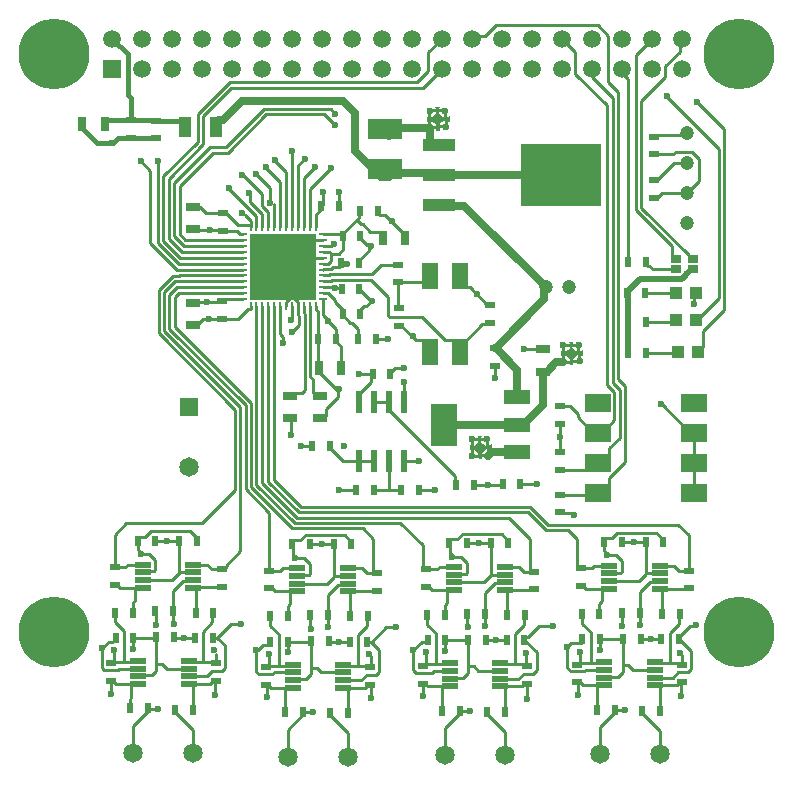
<source format=gtl>
G04*
G04 #@! TF.GenerationSoftware,Altium Limited,Altium Designer,19.1.8 (144)*
G04*
G04 Layer_Physical_Order=1*
G04 Layer_Color=255*
%FSLAX25Y25*%
%MOIN*%
G70*
G01*
G75*
%ADD14C,0.01000*%
%ADD20R,0.01968X0.03543*%
%ADD21R,0.03543X0.01968*%
%ADD22R,0.05118X0.02756*%
%ADD23R,0.26929X0.20669*%
%ADD24R,0.10984X0.04134*%
%ADD25R,0.08800X0.04800*%
%ADD26R,0.08661X0.14173*%
%ADD27R,0.02756X0.05118*%
%ADD28R,0.11811X0.07087*%
%ADD29R,0.04488X0.07008*%
%ADD30R,0.02244X0.07756*%
%ADD31R,0.05787X0.01890*%
%ADD32R,0.08661X0.05906*%
%ADD33R,0.03347X0.02559*%
%ADD34R,0.05512X0.08661*%
%ADD35R,0.04331X0.03937*%
%ADD36O,0.00984X0.02953*%
%ADD37O,0.02953X0.00984*%
%ADD38R,0.22047X0.22047*%
%ADD65C,0.02500*%
%ADD66C,0.01575*%
%ADD67C,0.02000*%
%ADD68C,0.04724*%
%ADD69C,0.06496*%
%ADD70R,0.06496X0.06496*%
%ADD71C,0.05906*%
%ADD72R,0.05906X0.05906*%
%ADD73C,0.23622*%
%ADD74C,0.02362*%
%ADD75C,0.01968*%
G36*
X195476Y223003D02*
X195407Y222652D01*
X197531D01*
Y222152D01*
X198031D01*
Y220028D01*
X198382Y220097D01*
X199104Y220579D01*
X199106Y220583D01*
Y218509D01*
X198670Y218801D01*
X198319Y218871D01*
Y216746D01*
X197819D01*
Y216246D01*
X195694D01*
X195764Y215895D01*
X196055Y215459D01*
X194380D01*
X194488Y215621D01*
X194558Y215972D01*
X192434D01*
Y216472D01*
X191934D01*
Y218596D01*
X191626Y218535D01*
Y220085D01*
X191913Y220028D01*
Y222152D01*
X192413D01*
Y222652D01*
X194537D01*
X194467Y223003D01*
X194247Y223333D01*
X195697D01*
X195476Y223003D01*
D02*
G37*
G36*
X225898Y254394D02*
X225828Y254043D01*
X227953D01*
Y253543D01*
X228453D01*
Y251419D01*
X228804Y251489D01*
X229525Y251971D01*
X229528Y251974D01*
Y249901D01*
X229091Y250192D01*
X228740Y250262D01*
Y248138D01*
X228240D01*
Y247638D01*
X226116D01*
X226186Y247287D01*
X226477Y246850D01*
X224802D01*
X224910Y247012D01*
X224980Y247363D01*
X222855D01*
Y247863D01*
X222355D01*
Y249988D01*
X222047Y249926D01*
Y251476D01*
X222335Y251419D01*
Y253543D01*
X222835D01*
Y254043D01*
X224959D01*
X224889Y254394D01*
X224669Y254724D01*
X226119D01*
X225898Y254394D01*
D02*
G37*
G36*
X181389Y332515D02*
X181319Y332164D01*
X183444D01*
Y331664D01*
X183944D01*
Y329540D01*
X184295Y329610D01*
X185016Y330092D01*
X185019Y330095D01*
Y328022D01*
X184582Y328313D01*
X184231Y328383D01*
Y326259D01*
X183731D01*
Y325759D01*
X181607D01*
X181677Y325408D01*
X181968Y324972D01*
X180293D01*
X180401Y325133D01*
X180471Y325484D01*
X178347D01*
Y325984D01*
X177847D01*
Y328109D01*
X177538Y328047D01*
Y329597D01*
X177826Y329540D01*
Y331664D01*
X178326D01*
Y332164D01*
X180450D01*
X180380Y332515D01*
X180160Y332845D01*
X181610D01*
X181389Y332515D01*
D02*
G37*
%LPC*%
G36*
X197031Y221652D02*
X195407D01*
X195476Y221301D01*
X195959Y220579D01*
X196680Y220097D01*
X197031Y220028D01*
Y221652D01*
D02*
G37*
G36*
X194537D02*
X192913D01*
Y220028D01*
X193264Y220097D01*
X193985Y220579D01*
X194467Y221301D01*
X194537Y221652D01*
D02*
G37*
G36*
X197318Y218871D02*
X196967Y218801D01*
X196246Y218319D01*
X195764Y217597D01*
X195694Y217246D01*
X197318D01*
Y218871D01*
D02*
G37*
G36*
X192934Y218596D02*
Y216972D01*
X194558D01*
X194488Y217323D01*
X194006Y218044D01*
X193285Y218526D01*
X192934Y218596D01*
D02*
G37*
G36*
X227453Y253043D02*
X225828D01*
X225898Y252692D01*
X226380Y251971D01*
X227102Y251489D01*
X227453Y251419D01*
Y253043D01*
D02*
G37*
G36*
X224959D02*
X223335D01*
Y251419D01*
X223686Y251489D01*
X224407Y251971D01*
X224889Y252692D01*
X224959Y253043D01*
D02*
G37*
G36*
X227740Y250262D02*
X227389Y250192D01*
X226668Y249710D01*
X226186Y248989D01*
X226116Y248638D01*
X227740D01*
Y250262D01*
D02*
G37*
G36*
X223355Y249988D02*
Y248363D01*
X224980D01*
X224910Y248714D01*
X224428Y249436D01*
X223706Y249918D01*
X223355Y249988D01*
D02*
G37*
G36*
X182944Y331164D02*
X181319D01*
X181389Y330813D01*
X181871Y330092D01*
X182593Y329610D01*
X182944Y329540D01*
Y331164D01*
D02*
G37*
G36*
X180450D02*
X178826D01*
Y329540D01*
X179177Y329610D01*
X179898Y330092D01*
X180380Y330813D01*
X180450Y331164D01*
D02*
G37*
G36*
X183231Y328383D02*
X182880Y328313D01*
X182159Y327831D01*
X181677Y327110D01*
X181607Y326759D01*
X183231D01*
Y328383D01*
D02*
G37*
G36*
X178847Y328109D02*
Y326484D01*
X180471D01*
X180401Y326835D01*
X179919Y327557D01*
X179198Y328039D01*
X178847Y328109D01*
D02*
G37*
%LPD*%
D14*
X93432Y274811D02*
X116106D01*
X211131Y156403D02*
X214571Y159843D01*
X210344Y156403D02*
X211131D01*
X214571Y159843D02*
X219291D01*
X262205Y136417D02*
Y140932D01*
X262205Y140932D01*
X228346Y147531D02*
Y151181D01*
X210827Y135728D02*
Y140342D01*
X210630Y140538D02*
X210827Y140342D01*
X210630Y140538D02*
X210840Y140748D01*
X210335Y147159D02*
Y150787D01*
Y147159D02*
X210840Y146653D01*
X177076Y147442D02*
Y151090D01*
X176287Y146653D02*
X177076Y147442D01*
X175624Y154748D02*
X177559D01*
X172845Y151969D02*
X175624Y154748D01*
X177559D02*
Y155131D01*
X158563Y135827D02*
Y140046D01*
X158661Y140145D01*
X158871Y146260D02*
Y149904D01*
X158079Y150696D02*
X158871Y149904D01*
X124612Y146935D02*
Y150696D01*
Y146935D02*
X124803Y146744D01*
X124730Y153561D02*
Y154271D01*
X124713Y153543D02*
X124730Y153561D01*
X122600Y153543D02*
X124713D01*
X120911Y151854D02*
X122600Y153543D01*
X120542Y151854D02*
X120911D01*
X73032Y148122D02*
Y151772D01*
X72835Y147925D02*
X73032Y148122D01*
X106693Y137008D02*
Y141326D01*
X106693Y141326D01*
X158401Y286353D02*
X158661Y286614D01*
X158401Y285511D02*
Y286353D01*
X154590Y281701D02*
X158401Y285511D01*
X154590Y280913D02*
Y281701D01*
X158401Y286875D02*
X158661Y286614D01*
X157487Y286875D02*
X158401D01*
X155181Y289181D02*
X157487Y286875D01*
X155181Y289181D02*
Y289968D01*
Y271858D02*
Y272646D01*
X165157Y244355D02*
X166865Y246063D01*
X169685D01*
X158768Y243568D02*
X159252Y244052D01*
X158768Y241366D02*
Y243568D01*
X154705Y237303D02*
X158768Y241366D01*
X154705Y234547D02*
Y237303D01*
X266535Y270399D02*
X267200Y271063D01*
X266535Y267323D02*
Y270399D01*
X267397Y262008D02*
X274728Y269340D01*
X267200Y262008D02*
X267397D01*
X274728Y269340D02*
Y319080D01*
X197638Y206850D02*
X202165D01*
X193110D02*
X197638D01*
X165157Y244052D02*
Y244355D01*
X163754Y159449D02*
X166929D01*
X209859Y155918D02*
X210344Y156403D01*
X209859Y155131D02*
Y155918D01*
X266669Y159976D02*
X266929Y160236D01*
X265098Y159976D02*
X266669D01*
X261434Y156312D02*
X265098Y159976D01*
X261434Y155525D02*
Y156312D01*
X248335Y160326D02*
Y164310D01*
X196760Y159932D02*
Y163916D01*
X144398Y159539D02*
Y163522D01*
X159042Y154737D02*
X163754Y159449D01*
X107467Y155918D02*
X112179Y160630D01*
X115354D01*
X92823Y160720D02*
X92913Y160630D01*
X92823Y160720D02*
Y164703D01*
X92733Y164793D02*
X92823Y164703D01*
X191689Y272752D02*
X197504Y266937D01*
X221654Y197638D02*
X225222D01*
X148094Y299811D02*
Y304535D01*
X168763Y260047D02*
X173594Y255217D01*
X132346Y282685D02*
X142681D01*
X103803Y297646D02*
X110316D01*
X71260Y154724D02*
X72744D01*
X68967Y152432D02*
X71260Y154724D01*
X68967Y145923D02*
Y152432D01*
X73622Y155602D02*
Y155918D01*
X109962Y145923D02*
Y153424D01*
X107467Y155918D02*
X109962Y153424D01*
X105922Y155918D02*
X107467D01*
X72047Y137402D02*
Y141515D01*
X106903Y147441D02*
Y150578D01*
X120542Y144742D02*
Y151854D01*
Y144742D02*
X121296Y143988D01*
X225513Y154253D02*
X228650D01*
X229134Y154737D02*
Y155525D01*
X161536Y144742D02*
Y151849D01*
X158649Y154737D02*
X161536Y151849D01*
X157497Y154737D02*
X158649D01*
X124016Y136221D02*
Y140334D01*
X224016Y152756D02*
X225513Y154253D01*
X224016Y145993D02*
Y152756D01*
Y145993D02*
X225233Y144776D01*
X228650Y154253D02*
X229134Y154737D01*
X172835Y151969D02*
X172845D01*
X265474Y145530D02*
Y151485D01*
X261434Y155525D02*
X265474Y151485D01*
X227559Y137008D02*
Y141121D01*
X262414Y147047D02*
Y150184D01*
X213899Y145136D02*
Y151092D01*
X209859Y155131D02*
X213899Y151092D01*
X175964Y140748D02*
X175984Y140727D01*
Y136614D02*
Y140727D01*
X172835Y145206D02*
Y151969D01*
Y145206D02*
X173659Y144382D01*
X234882Y117187D02*
Y126200D01*
Y115415D02*
Y117187D01*
X183307Y116793D02*
Y125806D01*
Y115022D02*
Y116793D01*
X130945Y116400D02*
Y125412D01*
Y114628D02*
Y116400D01*
X79370Y117581D02*
Y126593D01*
Y115809D02*
Y117581D01*
X176287Y146653D02*
X176751D01*
X175964D02*
X176287D01*
X173659Y144382D02*
X179179D01*
X179675Y144878D01*
X184937D01*
X180315Y147110D02*
Y157503D01*
X177208Y147110D02*
X180315D01*
X85114Y287680D02*
Y311736D01*
X82020Y314830D02*
X85114Y311736D01*
X87753Y287569D02*
Y314918D01*
X87795Y314961D01*
X85114Y287680D02*
X94046Y278748D01*
X110283Y319504D02*
X123063Y332283D01*
X111024Y317717D02*
X123803Y330496D01*
X100969Y321213D02*
Y330662D01*
X102756Y320472D02*
Y329921D01*
X91328Y309044D02*
X102756Y320472D01*
X105165Y319504D02*
X110283D01*
X93115Y307454D02*
X105165Y319504D01*
X105905Y317717D02*
X111024D01*
X94902Y306713D02*
X105905Y317717D01*
X89540Y309785D02*
X100969Y321213D01*
X102756Y329921D02*
X112205Y339370D01*
X111563Y341256D02*
X174175D01*
X100969Y330662D02*
X111563Y341256D01*
X112205Y339370D02*
X175992D01*
X89540Y288310D02*
Y309785D01*
X91328Y289050D02*
Y309044D01*
X93115Y289790D02*
Y307454D01*
X94902Y290531D02*
Y306713D01*
X111417Y305563D02*
Y305906D01*
Y305563D02*
X120535Y296445D01*
X123063Y332283D02*
X145276D01*
X123803Y330496D02*
X143126D01*
X146850Y326772D01*
X174175Y341256D02*
X177784Y344864D01*
X175992Y339370D02*
X182331Y345709D01*
X254882Y115415D02*
Y125019D01*
X99370Y115809D02*
Y125412D01*
X150945Y114628D02*
Y124231D01*
X203307Y115022D02*
Y124625D01*
X174649Y205118D02*
X179921D01*
X174606Y205160D02*
X174649Y205118D01*
X131890Y223622D02*
Y229008D01*
X131756Y229142D02*
X131890Y229008D01*
X153698Y205118D02*
X153740Y205160D01*
X148031Y205118D02*
X153698D01*
X73228Y179557D02*
Y190157D01*
X77165Y194095D01*
X102362D01*
X113385Y205118D01*
Y232031D01*
X87945Y257471D02*
X113385Y232031D01*
X87945Y257471D02*
Y271851D01*
X92692Y276598D01*
X94748D01*
X94937Y276787D01*
X91520Y270371D02*
X93999Y272850D01*
X116098D01*
X89732Y271111D02*
X93432Y274811D01*
X89732Y258212D02*
Y271111D01*
Y258212D02*
X115173Y232771D01*
Y184888D02*
Y232771D01*
X110344Y180058D02*
X115173Y184888D01*
X110344Y179271D02*
Y180058D01*
X109859Y178787D02*
X110344Y179271D01*
X109072Y178787D02*
X109859D01*
X124803Y178376D02*
Y197597D01*
X116960Y205440D02*
X124803Y197597D01*
X116960Y205440D02*
Y233512D01*
X91520Y258952D02*
X116960Y233512D01*
X91520Y258952D02*
Y270371D01*
X93307Y259693D02*
X118748Y234252D01*
X93307Y259693D02*
Y269630D01*
X94551Y270874D01*
X116106D01*
X157306Y177605D02*
X159859D01*
X118748Y206181D02*
Y234252D01*
Y206181D02*
X132472Y192457D01*
X155905D01*
X159375Y188987D01*
Y178090D02*
Y188987D01*
Y178090D02*
X159859Y177605D01*
X160647D01*
X120535Y206921D02*
X133212Y194244D01*
X168504D02*
X175894Y186854D01*
X133212Y194244D02*
X168504D01*
X122504Y207480D02*
X133952Y196031D01*
X204724D02*
X211737Y189019D01*
X133952Y196031D02*
X204724D01*
X124472Y208039D02*
X134693Y197819D01*
X211024D02*
X216929Y191913D01*
X134693Y197819D02*
X211024D01*
X211811Y199606D02*
X217717Y193701D01*
X135433Y199606D02*
X211811D01*
X126441Y208599D02*
X135433Y199606D01*
X175894Y179254D02*
Y186854D01*
Y179254D02*
X176378Y178770D01*
X177165D01*
X209668Y177999D02*
X212222D01*
X211737Y178483D02*
Y189019D01*
Y178483D02*
X212222Y177999D01*
X213009D01*
X216929Y191913D02*
X224410D01*
X217717Y193701D02*
X261024D01*
X264584Y190141D01*
X164961Y205160D02*
X168701D01*
X159646D02*
X164961D01*
X164705Y205416D02*
X164961Y205160D01*
X164705Y205416D02*
Y215059D01*
X169803Y214961D02*
X174803D01*
X169705Y215059D02*
X169803Y214961D01*
X159705Y234547D02*
X164705D01*
X154705Y215059D02*
X159705D01*
X169685Y241339D02*
X169695Y241329D01*
Y234557D02*
Y241329D01*
Y234557D02*
X169705Y234547D01*
X224410Y191913D02*
X227468Y188854D01*
Y179648D02*
Y188854D01*
Y179648D02*
X227953Y179163D01*
X228740D01*
X264584Y178393D02*
Y190141D01*
X240822Y191081D02*
X253848D01*
X256119Y188809D01*
X239035Y189293D02*
X240822Y191081D01*
X231890Y147504D02*
Y157897D01*
X229053Y160734D02*
X231890Y157897D01*
X235039Y151969D02*
X235039Y151969D01*
X237402Y183465D02*
X240280D01*
X242288Y181456D01*
Y178115D02*
Y181456D01*
X241919Y177746D02*
X242288Y178115D01*
X238434Y177746D02*
X241919D01*
X237402Y183465D02*
Y183833D01*
X149311Y215059D02*
X154705D01*
X145079Y219291D02*
X149311Y215059D01*
X145079Y219291D02*
Y220079D01*
X135433D02*
X139173D01*
X98032Y232835D02*
X98425Y233228D01*
X201866Y147437D02*
X202193Y147110D01*
X176751Y140748D02*
X177739Y139760D01*
X175964Y140748D02*
X176751D01*
X182480Y131672D02*
Y134944D01*
X182988Y139760D02*
X184937D01*
X182543Y139315D02*
X182988Y139760D01*
X182543Y135007D02*
Y139315D01*
X182480Y134944D02*
X182543Y135007D01*
X177739Y139760D02*
X182988D01*
X188386Y130885D02*
Y131672D01*
X183307Y125806D02*
X188386Y130885D01*
X197441Y130491D02*
Y131279D01*
X184937Y142319D02*
X185264Y142646D01*
X194492Y144878D02*
X201866D01*
X191142Y146457D02*
Y155307D01*
X209575Y144060D02*
X212823D01*
X213899Y145136D01*
X200394Y155118D02*
X203941D01*
X203954Y155131D01*
X197236Y155118D02*
X200394D01*
X197047Y155307D02*
X197236Y155118D01*
X183465Y155131D02*
X190966D01*
X191142Y155307D01*
X177953Y172864D02*
X178910Y171907D01*
X177165Y172864D02*
X177953D01*
X177165Y178770D02*
X180802D01*
X181617Y179585D01*
X186532D01*
X203462Y171907D02*
X203555Y172001D01*
X212916D01*
X213009Y172094D01*
X201866Y139760D02*
X202902D01*
X210052Y140748D02*
X210840D01*
X209064Y139760D02*
X210052Y140748D01*
X207834Y142319D02*
X209575Y144060D01*
X201866Y142319D02*
X207834D01*
X202902Y139760D02*
X203346Y139315D01*
X202902Y139760D02*
X209064D01*
X197441Y130491D02*
X203307Y124625D01*
X203346Y131279D02*
Y139315D01*
X204151Y163612D02*
Y171463D01*
X203706Y171907D02*
X204151Y171463D01*
X203462Y171907D02*
X203706D01*
X183284Y163612D02*
Y166884D01*
X184584Y171907D02*
X186532D01*
X184139Y171463D02*
X184584Y171907D01*
X184139Y167738D02*
Y171463D01*
X183284Y166884D02*
X184139Y167738D01*
X178910Y171907D02*
X184584D01*
X191142Y146457D02*
X192913D01*
X194492Y144878D01*
X185264Y142646D02*
X189496D01*
X191142Y144291D01*
Y146457D01*
X190765Y187628D02*
X198639D01*
Y176801D02*
Y187628D01*
X186532Y174467D02*
X196304D01*
X198639Y176801D01*
X198863Y177026D02*
X203462D01*
X198639Y176801D02*
X198863Y177026D01*
X208082Y179585D02*
X209668Y177999D01*
X203462Y179585D02*
X208082D01*
X203135Y174140D02*
X203462Y174467D01*
X200035Y174140D02*
X203135D01*
X196670Y170775D02*
X200035Y174140D01*
X196670Y164006D02*
Y170775D01*
X209744Y163300D02*
X210056Y163612D01*
X209744Y160341D02*
Y163300D01*
X206693Y157290D02*
X209744Y160341D01*
X206693Y147244D02*
Y157290D01*
X210052Y146653D02*
X210840D01*
X209568Y147138D02*
X209595Y147110D01*
X210052Y146653D01*
X202193Y147110D02*
X209595D01*
X177379Y163612D02*
X177478Y163513D01*
Y160341D02*
Y163513D01*
X176751Y146653D02*
X177208Y147110D01*
X177478Y160341D02*
X180315Y157503D01*
X184610Y147110D02*
X184937Y147437D01*
X180709Y147110D02*
X184610D01*
X183465Y155131D02*
X183465Y155131D01*
X183465Y151575D02*
Y155131D01*
X183465Y151575D02*
X183465Y151575D01*
X188562Y131496D02*
X191732D01*
X188386Y131672D02*
X188562Y131496D01*
X190765Y164006D02*
X190855Y163916D01*
Y159539D02*
Y163916D01*
Y159539D02*
X190945Y159449D01*
X190765Y187628D02*
X191249Y187144D01*
X185827Y183071D02*
X188706D01*
X190714Y181063D01*
Y177722D02*
Y181063D01*
X190345Y177352D02*
X190714Y177722D01*
X186532Y177026D02*
X186859Y177352D01*
X190345D01*
X184859Y187628D02*
X184910Y187577D01*
Y184356D02*
Y187577D01*
Y184356D02*
X185827Y183440D01*
Y183071D02*
Y183440D01*
X184859Y187628D02*
Y188415D01*
X185344Y188900D01*
X187460D01*
X189247Y190687D01*
X202273D01*
X204544Y188415D01*
Y187628D02*
Y188415D01*
X149504Y147043D02*
X149831Y146716D01*
X124389Y140354D02*
X125377Y139366D01*
X123601Y140354D02*
X124389D01*
X130118Y131279D02*
Y134550D01*
X130626Y139366D02*
X132575D01*
X130181Y138921D02*
X130626Y139366D01*
X130181Y134613D02*
Y138921D01*
X130118Y134550D02*
X130181Y134613D01*
X125377Y139366D02*
X130626D01*
X136024Y130491D02*
Y131279D01*
X130945Y125412D02*
X136024Y130491D01*
X145079Y130097D02*
Y130885D01*
X132575Y141925D02*
X132902Y142252D01*
X142130Y144484D02*
X149504D01*
X138779Y146063D02*
Y154913D01*
X157213Y143666D02*
X160460D01*
X161536Y144742D01*
X148031Y154724D02*
X151579D01*
X151592Y154737D01*
X144874Y154724D02*
X148031D01*
X144685Y154913D02*
X144874Y154724D01*
X131102Y154737D02*
X138603D01*
X138779Y154913D01*
X125591Y172470D02*
X126547Y171514D01*
X124803Y172470D02*
X125591D01*
X124803Y178376D02*
X128439D01*
X129254Y179191D01*
X134170D01*
X151099Y171514D02*
X151192Y171607D01*
X160554D01*
X160647Y171700D01*
X149504Y139366D02*
X150539D01*
X157690Y140354D02*
X158477D01*
X156702Y139366D02*
X157690Y140354D01*
X155472Y141925D02*
X157213Y143666D01*
X149504Y141925D02*
X155472D01*
X150539Y139366D02*
X150984Y138921D01*
X150539Y139366D02*
X156702D01*
X145079Y130097D02*
X150945Y124231D01*
X150984Y130885D02*
Y138921D01*
X151788Y163219D02*
Y171069D01*
X151344Y171514D02*
X151788Y171069D01*
X151099Y171514D02*
X151344D01*
X130922Y163219D02*
Y166490D01*
X132221Y171514D02*
X134170D01*
X131777Y171069D02*
X132221Y171514D01*
X131777Y167344D02*
Y171069D01*
X130922Y166490D02*
X131777Y167344D01*
X126547Y171514D02*
X132221D01*
X138779Y146063D02*
X140551D01*
X142130Y144484D01*
X132902Y142252D02*
X137134D01*
X138779Y143898D01*
Y146063D01*
X138403Y187234D02*
X146277D01*
Y176408D02*
Y187234D01*
X134170Y174073D02*
X143942D01*
X146277Y176408D01*
X146501Y176632D02*
X151099D01*
X146277Y176408D02*
X146501Y176632D01*
X155720Y179191D02*
X157306Y177605D01*
X151099Y179191D02*
X155720D01*
X150773Y173746D02*
X151099Y174073D01*
X147672Y173746D02*
X150773D01*
X144308Y170382D02*
X147672Y173746D01*
X144308Y163612D02*
Y170382D01*
X157381Y162906D02*
X157694Y163219D01*
X157381Y159947D02*
Y162906D01*
X154331Y156896D02*
X157381Y159947D01*
X154331Y146850D02*
Y156896D01*
X157690Y146260D02*
X158477D01*
X157206Y146744D02*
X157233Y146716D01*
X157690Y146260D01*
X149831Y146716D02*
X157233D01*
X124730Y154271D02*
X125197Y154737D01*
X126402Y144484D02*
X132575D01*
X125906Y143988D02*
X126402Y144484D01*
X121296Y143988D02*
X125906D01*
X125017Y163219D02*
X125116Y163120D01*
Y159947D02*
Y163120D01*
X123601Y146260D02*
X124389D01*
X124845Y146716D01*
X124873Y146744D01*
X124845Y146716D02*
X127953D01*
Y157110D01*
X125116Y159947D02*
X127953Y157110D01*
X132248Y146716D02*
X132575Y147043D01*
X128346Y146716D02*
X132248D01*
X131102Y154737D02*
X131102Y154737D01*
X131102Y151181D02*
Y154737D01*
X131102Y151181D02*
X131102Y151181D01*
X136200Y131102D02*
X139370D01*
X136024Y131279D02*
X136200Y131102D01*
X138403Y163612D02*
X138493Y163522D01*
Y159145D02*
Y163522D01*
Y159145D02*
X138583Y159055D01*
X138403Y187234D02*
X138887Y186750D01*
X133465Y182677D02*
X136343D01*
X138351Y180669D01*
Y177328D02*
Y180669D01*
X137982Y176959D02*
X138351Y177328D01*
X134170Y176632D02*
X134497Y176959D01*
X137982D01*
X132497Y187234D02*
X132548Y187184D01*
Y183963D02*
Y187184D01*
Y183963D02*
X133465Y183046D01*
Y182677D02*
Y183046D01*
X132497Y187234D02*
Y188022D01*
X132981Y188506D01*
X135098D01*
X136885Y190293D01*
X149910D01*
X152182Y188022D01*
Y187234D02*
Y188022D01*
X97929Y148224D02*
X98256Y147898D01*
X72814Y141535D02*
X73802Y140547D01*
X72026Y141535D02*
X72814D01*
X78543Y132460D02*
Y135731D01*
X79051Y140547D02*
X81000D01*
X78606Y140102D02*
X79051Y140547D01*
X78606Y135794D02*
Y140102D01*
X78543Y135731D02*
X78606Y135794D01*
X73802Y140547D02*
X79051D01*
X84449Y131672D02*
Y132460D01*
X79370Y126593D02*
X84449Y131672D01*
X93504Y131279D02*
Y132066D01*
X81000Y143106D02*
X81327Y143433D01*
X90555Y145665D02*
X97929D01*
X87205Y147244D02*
Y156095D01*
X105638Y144847D02*
X108886D01*
X109962Y145923D01*
X96457Y155905D02*
X100004D01*
X100017Y155918D01*
X93299Y155905D02*
X96457D01*
X93110Y156095D02*
X93299Y155905D01*
X79528Y155918D02*
X87029D01*
X87205Y156095D01*
X74016Y173652D02*
X74972Y172695D01*
X73228Y173652D02*
X74016D01*
X73228Y179557D02*
X76865D01*
X77680Y180372D01*
X82595D01*
X99525Y172695D02*
X99618Y172788D01*
X108979D01*
X109072Y172881D01*
X97929Y140547D02*
X98965D01*
X106115Y141535D02*
X106903D01*
X105127Y140547D02*
X106115Y141535D01*
X103897Y143106D02*
X105638Y144847D01*
X97929Y143106D02*
X103897D01*
X98965Y140547D02*
X99410Y140102D01*
X98965Y140547D02*
X105127D01*
X93504Y131279D02*
X99370Y125412D01*
X99410Y132066D02*
Y140102D01*
X100214Y164400D02*
Y172250D01*
X99769Y172695D02*
X100214Y172250D01*
X99525Y172695D02*
X99769D01*
X79347Y164400D02*
Y167671D01*
X80647Y172695D02*
X82595D01*
X80202Y172250D02*
X80647Y172695D01*
X80202Y168526D02*
Y172250D01*
X79347Y167671D02*
X80202Y168526D01*
X74972Y172695D02*
X80647D01*
X87205Y147244D02*
X88976D01*
X90555Y145665D01*
X81327Y143433D02*
X85559D01*
X87205Y145079D01*
Y147244D01*
X86828Y188415D02*
X94702D01*
Y177589D02*
Y188415D01*
X82595Y175254D02*
X92367D01*
X94702Y177589D01*
X94926Y177813D02*
X99525D01*
X94702Y177589D02*
X94926Y177813D01*
X105731Y178787D02*
X109072D01*
X104145Y180372D02*
X105731Y178787D01*
X99525Y180372D02*
X104145D01*
X99198Y174927D02*
X99525Y175254D01*
X96098Y174927D02*
X99198D01*
X92733Y171563D02*
X96098Y174927D01*
X92733Y164793D02*
Y171563D01*
X105807Y164087D02*
X106119Y164400D01*
X105807Y161128D02*
Y164087D01*
X102756Y158077D02*
X105807Y161128D01*
X102756Y148031D02*
Y158077D01*
X106115Y147441D02*
X106903D01*
X105631Y147925D02*
X105658Y147898D01*
X106115Y147441D01*
X98256Y147898D02*
X105658D01*
X74827Y145665D02*
X81000D01*
X74331Y145169D02*
X74827Y145665D01*
X69722Y145169D02*
X74331D01*
X68967Y145923D02*
X69722Y145169D01*
X73442Y164400D02*
X73541Y164301D01*
Y161128D02*
Y164301D01*
X72026Y147441D02*
X72814D01*
X73271Y147898D01*
X73298Y147925D01*
X73271Y147898D02*
X76378D01*
Y158291D01*
X73541Y161128D02*
X76378Y158291D01*
X80673Y147898D02*
X81000Y148224D01*
X76772Y147898D02*
X80673D01*
X79527Y155918D02*
X79528Y155918D01*
X79527Y152362D02*
Y155918D01*
X79527Y152362D02*
X79527Y152362D01*
X84625Y132283D02*
X87795D01*
X84449Y132460D02*
X84625Y132283D01*
X86828Y164793D02*
X86918Y164703D01*
Y160326D02*
Y164703D01*
Y160326D02*
X87008Y160236D01*
X86828Y188415D02*
X87312Y187931D01*
X81890Y183858D02*
X84768D01*
X86777Y181850D01*
Y178509D02*
Y181850D01*
X86408Y178140D02*
X86777Y178509D01*
X82595Y177813D02*
X82922Y178140D01*
X86408D01*
X80922Y188415D02*
X80973Y188365D01*
Y185144D02*
Y188365D01*
Y185144D02*
X81890Y184227D01*
Y183858D02*
Y184227D01*
X80922Y188415D02*
Y189203D01*
X81406Y189687D01*
X83523D01*
X85310Y191474D01*
X98336D01*
X100607Y189203D01*
Y188415D02*
Y189203D01*
X256119Y188022D02*
Y188809D01*
X236918Y189293D02*
X239035D01*
X236434Y188809D02*
X236918Y189293D01*
X236434Y188022D02*
Y188809D01*
X236485Y184750D02*
X237402Y183833D01*
X236485Y184750D02*
Y187971D01*
X236434Y188022D02*
X236485Y187971D01*
X238107Y177419D02*
X238434Y177746D01*
X242340Y188022D02*
X242824Y187537D01*
X242430Y159933D02*
X242520Y159843D01*
X242430Y159933D02*
Y164310D01*
X242340Y164400D02*
X242430Y164310D01*
X239961Y132066D02*
X240137Y131890D01*
X243307D01*
X235039Y151969D02*
Y155525D01*
X235039Y155525D01*
X232283Y147504D02*
X236185D01*
X236512Y147831D01*
X228783Y147504D02*
X231890D01*
X228783D02*
X228810Y147531D01*
X228326Y147047D02*
X228783Y147504D01*
X227538Y147047D02*
X228326D01*
X229053Y160734D02*
Y163907D01*
X228954Y164006D02*
X229053Y163907D01*
X225233Y144776D02*
X229843D01*
X230339Y145272D01*
X236512D01*
X253768Y147504D02*
X261170D01*
X261627Y147047D01*
X261143Y147531D02*
X261170Y147504D01*
X261627Y147047D02*
X262414D01*
X258268Y147638D02*
Y157684D01*
X261318Y160734D01*
Y163693D01*
X261631Y164006D01*
X248245Y164400D02*
Y171169D01*
X251609Y174533D01*
X254710D01*
X255036Y174860D01*
Y179978D02*
X259657D01*
X261243Y178393D01*
X264584D01*
X250214Y177195D02*
X250438Y177419D01*
X255036D01*
X247879Y174860D02*
X250214Y177195D01*
X238107Y174860D02*
X247879D01*
X250214Y177195D02*
Y188022D01*
X242340D02*
X250214D01*
X109331Y291937D02*
X109528Y291740D01*
X105091Y291937D02*
X109331D01*
X242717Y144685D02*
Y146850D01*
X241071Y143039D02*
X242717Y144685D01*
X236839Y143039D02*
X241071D01*
X244488Y146850D02*
X246067Y145272D01*
X242717Y146850D02*
X244488D01*
X230484Y172301D02*
X236158D01*
X234859Y167278D02*
X235714Y168132D01*
Y171856D01*
X236158Y172301D01*
X238107D01*
X234859Y164006D02*
Y167278D01*
X255036Y172301D02*
X255280D01*
X255725Y171856D01*
Y164006D02*
Y171856D01*
X254921Y131672D02*
Y139709D01*
X249016Y130885D02*
X254882Y125019D01*
X254476Y140154D02*
X260639D01*
X254476D02*
X254921Y139709D01*
X253441Y142713D02*
X259409D01*
X261150Y144454D01*
X260639Y140154D02*
X261627Y141142D01*
X262414D01*
X253441Y140154D02*
X254476D01*
X264491Y172394D02*
X264584Y172487D01*
X255130Y172394D02*
X264491D01*
X255036Y172301D02*
X255130Y172394D01*
X233191Y179978D02*
X238107D01*
X232377Y179163D02*
X233191Y179978D01*
X228740Y179163D02*
X232377D01*
X228740Y173258D02*
X229528D01*
X230484Y172301D01*
X242540Y155525D02*
X242717Y155701D01*
X235039Y155525D02*
X242540D01*
X248622Y155701D02*
X248811Y155512D01*
X251969D01*
X255516D02*
X255529Y155525D01*
X251969Y155512D02*
X255516D01*
X264397Y144454D02*
X265474Y145530D01*
X261150Y144454D02*
X264397D01*
X242717Y146850D02*
Y155701D01*
X246067Y145272D02*
X253441D01*
X236512Y142713D02*
X236839Y143039D01*
X249016Y130885D02*
Y131672D01*
X234882Y126200D02*
X239961Y131279D01*
Y132066D01*
X229314Y140154D02*
X234563D01*
X234055Y135338D02*
X234118Y135401D01*
Y139709D01*
X234563Y140154D01*
X236512D01*
X234055Y132066D02*
Y135338D01*
X227538Y141142D02*
X228326D01*
X229314Y140154D01*
X253441Y147831D02*
X253768Y147504D01*
X237789Y341344D02*
Y356699D01*
Y341344D02*
X241158Y337976D01*
X232331Y342866D02*
X239370Y335827D01*
X186721Y207334D02*
X187205Y206850D01*
X186721Y207334D02*
Y209776D01*
X164705Y231791D02*
X186721Y209776D01*
X164705Y231791D02*
Y234547D01*
X208465Y207243D02*
X208621Y207087D01*
X214173D01*
X202165Y206850D02*
X202559Y207243D01*
X154724Y244052D02*
X159252D01*
X209842Y252362D02*
X209941Y252264D01*
X216043D01*
X216142Y252165D01*
X200000Y242520D02*
Y246654D01*
X237402Y240364D02*
Y333465D01*
X239370Y240923D02*
Y335827D01*
X241158Y242173D02*
Y337976D01*
Y242173D02*
X243445Y239886D01*
X239370Y240923D02*
X241657Y238636D01*
X237402Y240364D02*
X239870Y237895D01*
X226878Y343988D02*
X237402Y333465D01*
X243445Y214498D02*
Y239886D01*
X238083Y209136D02*
X243445Y214498D01*
X238083Y206862D02*
Y209136D01*
X235630Y204409D02*
X238083Y206862D01*
X234252Y204409D02*
X235630D01*
X241657Y222711D02*
Y238636D01*
X238083Y219136D02*
X241657Y222711D01*
X238083Y216862D02*
Y219136D01*
X235630Y214409D02*
X238083Y216862D01*
X234252Y214409D02*
X235630D01*
X239870Y228650D02*
Y237895D01*
X235630Y224410D02*
X239870Y228650D01*
X234252Y224410D02*
X235630D01*
X233386Y203543D02*
X234252Y204409D01*
X221654Y203543D02*
X233386D01*
X231850Y212008D02*
X234252Y214409D01*
X221654Y212008D02*
X231850D01*
X224925Y233268D02*
X227673Y230520D01*
Y229610D02*
Y230520D01*
Y229610D02*
X232874Y224410D01*
X234252D01*
X221654Y233268D02*
X224925D01*
X221654Y222835D02*
Y227362D01*
Y217913D02*
Y222835D01*
X226009Y196850D02*
X226378D01*
X225222Y197638D02*
X226009Y196850D01*
X266535Y204409D02*
Y214409D01*
Y224410D01*
X255512Y233858D02*
X255709D01*
X265158Y224410D01*
X266535D01*
X248819Y299410D02*
X264772Y283457D01*
X265551Y282283D02*
X265945D01*
X132423Y293097D02*
Y318364D01*
X123622Y312598D02*
X128409Y307811D01*
Y293020D02*
Y307811D01*
X126433Y293028D02*
Y300394D01*
X126441Y300402D01*
X126244Y300598D02*
X126441Y300402D01*
X126433Y293028D02*
X126441Y293020D01*
X126772Y314961D02*
Y315354D01*
X125197Y300984D02*
Y305906D01*
X122441Y299949D02*
X124472Y297917D01*
X122441Y299949D02*
Y303792D01*
X122504Y293020D02*
Y297181D01*
X118371Y301314D02*
X122504Y297181D01*
X120535Y293020D02*
Y296445D01*
X126772Y314961D02*
X130378Y311355D01*
Y293020D02*
Y311355D01*
X124472Y293020D02*
Y297917D01*
X138252Y305574D02*
X145276Y312598D01*
X138252Y293020D02*
Y305574D01*
X136283Y309118D02*
X140157Y312992D01*
X136283Y293020D02*
Y309118D01*
X134315Y313449D02*
X136614Y315748D01*
X115996Y310236D02*
X122441Y303792D01*
X115748Y310236D02*
X115996D01*
X123622Y312598D02*
Y312992D01*
X134315Y293020D02*
Y313449D01*
X132346Y293020D02*
X132423Y293097D01*
X120472Y310630D02*
X125197Y305906D01*
X149275Y290559D02*
Y290756D01*
X148935Y290415D02*
X149275Y290075D01*
X118371Y301314D02*
Y304070D01*
X118110Y304331D02*
X118371Y304070D01*
X114434Y293528D02*
X118559D01*
X110316Y297646D02*
X114434Y293528D01*
X113956Y291740D02*
X115138Y290559D01*
X109528Y291740D02*
X113956D01*
X145276Y332283D02*
X146850Y330709D01*
X116795Y296791D02*
X118559Y295027D01*
Y293528D02*
Y295027D01*
X118567Y293020D02*
X118575Y293012D01*
X116795Y296791D02*
Y297055D01*
X115138Y290559D02*
X116106D01*
X177784Y344864D02*
Y351162D01*
X182331Y355709D01*
X94046Y278748D02*
X116106D01*
X87753Y287569D02*
X94605Y280716D01*
X116106D01*
X89540Y288310D02*
X95165Y282685D01*
X116106D01*
X91328Y289050D02*
X95724Y284653D01*
X116106D01*
X93115Y289790D02*
X96283Y286622D01*
X116106D01*
X94902Y290531D02*
X96842Y288591D01*
X116106D01*
X145938Y279642D02*
X148201D01*
X145233Y278937D02*
X145938Y279642D01*
X144357Y278937D02*
X145233D01*
X144176Y278756D02*
X144357Y278937D01*
X142689Y278756D02*
X144176D01*
X149078Y280520D02*
X150653D01*
X143657Y232087D02*
X147677Y236106D01*
X138252Y288591D02*
X142681D01*
X142582Y300205D02*
Y304535D01*
X193081Y356459D02*
X196783D01*
X200486Y360161D01*
X234327D01*
X222331Y355709D02*
X226878Y351162D01*
Y343988D02*
Y351162D01*
X232331Y342866D02*
Y345709D01*
X234327Y360161D02*
X237789Y356699D01*
X250271Y250984D02*
X260507D01*
X145954Y287213D02*
X146323D01*
X142689Y286630D02*
X145371D01*
X145954Y287213D01*
X148685Y280126D02*
Y280913D01*
X192331Y355709D02*
X193081Y356459D01*
X267323Y334646D02*
X276516Y325453D01*
Y265369D02*
Y325453D01*
X269259Y258112D02*
X276516Y265369D01*
X269259Y252847D02*
Y258112D01*
X267790Y251378D02*
X269259Y252847D01*
X267594Y251378D02*
X267790D01*
X257480Y336328D02*
Y336614D01*
Y336328D02*
X274728Y319080D01*
X256784Y343004D02*
Y346459D01*
X261581Y351256D01*
Y354959D01*
X248819Y335039D02*
X256784Y343004D01*
X247031Y298669D02*
Y350409D01*
X242331Y344381D02*
X244365Y342347D01*
Y281299D02*
Y342347D01*
X248819Y299410D02*
Y335039D01*
X247031Y298669D02*
X259063Y286638D01*
X247031Y350409D02*
X252331Y355709D01*
X259063Y283063D02*
Y286638D01*
Y283063D02*
X259842Y282283D01*
X260236D01*
X261581Y354959D02*
X262331Y355709D01*
X264772Y283063D02*
Y283457D01*
Y283063D02*
X265551Y282283D01*
X242331Y344381D02*
Y345709D01*
X253150Y302559D02*
X253937D01*
X255551Y304173D01*
X264173D01*
X268110Y308110D01*
Y315698D01*
X265773Y318035D02*
X268110Y315698D01*
X260310Y318035D02*
X265773D01*
X259400Y317126D02*
X260310Y318035D01*
X253150Y317126D02*
X259400D01*
X263516Y323516D02*
X264173Y324173D01*
X253634Y323516D02*
X263516D01*
X253150Y323031D02*
X253634Y323516D01*
X259646Y314173D02*
X264173D01*
X253937Y308465D02*
X259646Y314173D01*
X253150Y308465D02*
X253937D01*
X251542Y280028D02*
X252633Y278937D01*
X250755Y280028D02*
X251542D01*
X250271Y280512D02*
X250755Y280028D01*
X250271Y280512D02*
Y281299D01*
X252633Y278937D02*
X260236D01*
X260507Y271063D02*
X260507Y271063D01*
X250074Y271063D02*
X260507D01*
X259719Y261221D02*
X260507Y262008D01*
X250271Y261221D02*
X259719D01*
X260507Y250984D02*
X260901Y251378D01*
X188212Y275008D02*
Y276583D01*
Y275008D02*
X190468Y272752D01*
X191689D01*
X197504Y266937D02*
X198291D01*
X197807Y260547D02*
X198291Y261032D01*
X195799Y260547D02*
X197807D01*
X188212Y252961D02*
X195799Y260547D01*
X188212Y251386D02*
Y252961D01*
X167976Y260047D02*
X168763D01*
X173594Y255217D02*
X175956D01*
X178212Y252961D01*
Y251386D02*
Y252961D01*
X158618Y275311D02*
X164433Y269496D01*
Y263389D02*
Y269496D01*
Y263389D02*
X165018Y262803D01*
X175702D01*
X155181Y271858D02*
X158724Y268315D01*
X157025Y266419D02*
X158921Y268315D01*
X158724D02*
X158921D01*
X155181Y263197D02*
Y263984D01*
X156435Y266419D02*
X157025D01*
X175702Y262803D02*
X183289Y255217D01*
X185956D01*
X188212Y252961D01*
X160299Y255716D02*
X164433D01*
X167582Y266347D02*
Y274417D01*
Y266347D02*
X167976Y265953D01*
X167582Y274417D02*
X176047D01*
X178212Y276583D01*
X158921Y277098D02*
X162145Y280323D01*
X167582D01*
X161086Y297449D02*
Y298236D01*
Y297449D02*
X161571Y296965D01*
X163539D01*
X170141Y290362D01*
Y289181D02*
Y290362D01*
X153901Y295382D02*
X154697Y296177D01*
X149275Y290756D02*
X153901Y295382D01*
X155529Y293754D01*
X155972D01*
X158486Y291240D01*
X161783D01*
X162661Y290362D01*
Y289181D02*
Y290362D01*
X149275Y290075D02*
Y290559D01*
Y289968D02*
Y290075D01*
X154697Y297752D02*
X155181Y298236D01*
X154697Y296177D02*
Y297752D01*
X144886Y284646D02*
X145469Y284063D01*
X142689Y284646D02*
X144886D01*
X142681Y284653D02*
X142689Y284646D01*
X145469Y281701D02*
Y284063D01*
X147897D01*
X149275Y285441D01*
Y289968D01*
X144493Y280724D02*
X145469Y281701D01*
X142689Y280724D02*
X144493D01*
X142681Y290559D02*
X148791D01*
X148935Y290415D01*
X142681Y286622D02*
X142689Y286630D01*
X142681Y280716D02*
X142689Y280724D01*
X142681Y278748D02*
X142689Y278756D01*
X148201Y279642D02*
X148685Y280126D01*
X142689Y276772D02*
X144720D01*
X145046Y277098D01*
X158921D01*
X142681Y276780D02*
X142689Y276772D01*
X145263Y274787D02*
X145787Y275311D01*
X143767Y274803D02*
X143782Y274787D01*
X142689Y274803D02*
X143767D01*
X142681Y274811D02*
X142689Y274803D01*
X143782Y274787D02*
X145263D01*
X145787Y275311D02*
X158618D01*
X146348Y272449D02*
X146716D01*
X148685D01*
X148882Y272252D01*
X145954Y272843D02*
X146348Y272449D01*
X142681Y272843D02*
X145954D01*
X99669Y267921D02*
X104197D01*
X132346Y282685D02*
X133724Y284063D01*
X129393Y279732D02*
X132346Y282685D01*
X155181Y265165D02*
X156435Y266419D01*
X155181Y264378D02*
Y265165D01*
X142689Y270866D02*
X144221D01*
X146597Y268491D01*
Y267844D02*
Y268491D01*
Y267844D02*
X149275Y265165D01*
Y264378D02*
Y265165D01*
X152334Y261047D02*
X154393Y258988D01*
X151819Y261047D02*
X152334D01*
X149275Y263591D02*
X151819Y261047D01*
X149275Y263591D02*
Y264378D01*
X154393Y255716D02*
Y258988D01*
X144354Y261622D02*
Y261991D01*
X142795Y263550D02*
X144354Y261991D01*
X142795Y263550D02*
Y268898D01*
X142787Y268905D02*
X142795Y268898D01*
X142681Y268905D02*
X142787D01*
X144354Y261622D02*
X146913Y259063D01*
Y255716D02*
Y259063D01*
X138259Y264753D02*
X138405Y264607D01*
Y243096D02*
Y264607D01*
X136291Y264193D02*
X136618Y263867D01*
Y238531D02*
Y263867D01*
X134323Y263634D02*
X134830Y263126D01*
Y260366D02*
Y263126D01*
X138055Y288394D02*
X138252Y288591D01*
X133724Y284063D02*
X138055Y288394D01*
X100653Y292134D02*
X100850Y291937D01*
X105091D01*
X118559Y293528D02*
X118567Y293520D01*
X142189Y299811D02*
X142582Y300205D01*
X142189Y299024D02*
Y299811D01*
X140220Y297055D02*
X142189Y299024D01*
X140220Y293020D02*
Y297055D01*
X94937Y276787D02*
X116098D01*
X116106Y276780D01*
X116098Y272850D02*
X116106Y272843D01*
X100653Y299614D02*
X101834D01*
X103803Y297646D01*
X118567Y293020D02*
Y293520D01*
X114334Y262213D02*
X117590Y265469D01*
X118559D01*
X118567Y265476D01*
Y266445D01*
X108921Y262213D02*
X114334D01*
X120535Y206921D02*
Y266445D01*
X122504Y207480D02*
Y266445D01*
X124472Y208039D02*
Y266445D01*
X126441Y208599D02*
Y266445D01*
X102622Y262213D02*
X104590D01*
X108921D01*
X128409Y257095D02*
X129393Y256110D01*
Y254142D02*
Y256110D01*
X128409Y257095D02*
Y266445D01*
X138405Y243096D02*
X139539Y241962D01*
X135586Y237500D02*
X136618Y238531D01*
X138259Y264753D02*
Y266437D01*
X136291Y264193D02*
Y266437D01*
X134323Y263634D02*
Y266437D01*
X132543Y258079D02*
X134830Y260366D01*
X132149Y262016D02*
X132338Y262205D01*
X134307Y266453D02*
X134315Y266445D01*
X134323Y266437D01*
X134307Y266453D02*
Y267985D01*
X133083Y269209D02*
X134307Y267985D01*
X131609Y269209D02*
X133083D01*
X130385Y267985D02*
X131609Y269209D01*
X130385Y266453D02*
Y267985D01*
X130378Y266445D02*
X130385Y266453D01*
X136283Y266445D02*
X136291Y266437D01*
X138252Y266445D02*
X138259Y266437D01*
X132338Y262205D02*
Y266437D01*
X132346Y266445D01*
X110496Y268905D02*
X116106D01*
X109708Y268118D02*
X110496Y268905D01*
X104197Y267921D02*
X108724D01*
X140220Y265476D02*
X141008Y264689D01*
Y255716D02*
Y264689D01*
X99472Y260244D02*
X100653D01*
X102622Y262213D01*
X108724Y267921D02*
X108921Y268118D01*
X99472Y267724D02*
X99669Y267921D01*
X108921Y268118D02*
X109708D01*
X147677Y238221D02*
X147897Y238441D01*
Y238787D01*
X132633Y237500D02*
X135586D01*
X131756Y236622D02*
X132633Y237500D01*
X139539D02*
Y241962D01*
Y237500D02*
X140417Y236622D01*
X141598D01*
X147637Y239048D02*
X147897Y238787D01*
X147029Y239048D02*
X147637D01*
X141384Y244693D02*
X147029Y239048D01*
X141384Y244693D02*
Y245874D01*
X147677Y236106D02*
Y238221D01*
X143657Y230020D02*
Y232087D01*
X142779Y229142D02*
X143657Y230020D01*
X141598Y229142D02*
X142779D01*
X146913Y254929D02*
Y255716D01*
Y254929D02*
X148865Y252977D01*
Y245874D02*
Y252977D01*
X141196Y246062D02*
X141384Y245874D01*
X141196Y246062D02*
Y255528D01*
X141008Y255716D02*
X141196Y255528D01*
X140220Y265476D02*
Y266445D01*
D20*
X244365Y250984D02*
D03*
X250271D02*
D03*
X244365Y261221D02*
D03*
X250271D02*
D03*
X244168Y271063D02*
D03*
X250074D02*
D03*
X250271Y281299D02*
D03*
X244365D02*
D03*
X193110Y206850D02*
D03*
X187205D02*
D03*
X208465Y207243D02*
D03*
X202559D02*
D03*
X159252Y244052D02*
D03*
X165157D02*
D03*
X160299Y255716D02*
D03*
X154393D02*
D03*
X155181Y263984D02*
D03*
X149275D02*
D03*
X154787Y272252D02*
D03*
X148882D02*
D03*
X148685Y280913D02*
D03*
X154590D02*
D03*
X155181Y289968D02*
D03*
X149275D02*
D03*
X161086Y298236D02*
D03*
X155181D02*
D03*
X148094Y299811D02*
D03*
X142189D02*
D03*
X141008Y255716D02*
D03*
X146913D02*
D03*
X139173Y220079D02*
D03*
X145079D02*
D03*
X168701Y205160D02*
D03*
X174606D02*
D03*
X159646D02*
D03*
X153740D02*
D03*
X250214Y188022D02*
D03*
X256119D02*
D03*
X242340D02*
D03*
X236434D02*
D03*
X204544Y187628D02*
D03*
X198639D02*
D03*
X184859D02*
D03*
X190765D02*
D03*
X152182Y187234D02*
D03*
X146277D02*
D03*
X132497D02*
D03*
X138403D02*
D03*
X100607Y188415D02*
D03*
X94702D02*
D03*
X255725Y164006D02*
D03*
X261631D02*
D03*
X242340Y164400D02*
D03*
X248245D02*
D03*
X255529Y155525D02*
D03*
X261434D02*
D03*
X242717Y155701D02*
D03*
X248622D02*
D03*
X234859Y164006D02*
D03*
X228954D02*
D03*
X235039Y155525D02*
D03*
X229134D02*
D03*
X210056Y163612D02*
D03*
X204151D02*
D03*
X196670Y164006D02*
D03*
X190765D02*
D03*
X209859Y155131D02*
D03*
X203954D02*
D03*
X197047Y155307D02*
D03*
X191142D02*
D03*
X177379Y163612D02*
D03*
X183284D02*
D03*
X177559Y155131D02*
D03*
X183465D02*
D03*
X157694Y163219D02*
D03*
X151788D02*
D03*
X144308Y163612D02*
D03*
X138403D02*
D03*
X125017Y163219D02*
D03*
X130922D02*
D03*
X157497Y154737D02*
D03*
X151592D02*
D03*
X144685Y154913D02*
D03*
X138779D02*
D03*
X125197Y154737D02*
D03*
X131102D02*
D03*
X254921Y131672D02*
D03*
X249016D02*
D03*
X234055Y132066D02*
D03*
X239961D02*
D03*
X197441Y131279D02*
D03*
X203346D02*
D03*
X188386Y131672D02*
D03*
X182480D02*
D03*
X145079Y130885D02*
D03*
X150984D02*
D03*
X130118Y131279D02*
D03*
X136024D02*
D03*
X80922Y188415D02*
D03*
X86828D02*
D03*
X106119Y164400D02*
D03*
X100214D02*
D03*
X92733Y164793D02*
D03*
X86828D02*
D03*
X73442Y164400D02*
D03*
X79347D02*
D03*
X93110Y156095D02*
D03*
X87205D02*
D03*
X105922Y155918D02*
D03*
X100017D02*
D03*
X73622Y155918D02*
D03*
X79528D02*
D03*
X93504Y132066D02*
D03*
X99410D02*
D03*
X84449Y132460D02*
D03*
X78543D02*
D03*
D21*
X198291Y266937D02*
D03*
Y261032D02*
D03*
X200000Y246654D02*
D03*
Y252559D02*
D03*
X221654Y233268D02*
D03*
Y227362D02*
D03*
Y212008D02*
D03*
Y217913D02*
D03*
Y203740D02*
D03*
Y197835D02*
D03*
X167976Y260047D02*
D03*
Y265953D02*
D03*
X167582Y280323D02*
D03*
Y274417D02*
D03*
X109315Y297646D02*
D03*
Y291740D02*
D03*
X87008Y328346D02*
D03*
Y322441D02*
D03*
X78740Y328543D02*
D03*
Y322638D02*
D03*
X253150Y302559D02*
D03*
Y308465D02*
D03*
Y317126D02*
D03*
Y323031D02*
D03*
X108921Y268118D02*
D03*
Y262213D02*
D03*
X124803Y172470D02*
D03*
Y178376D02*
D03*
X160647Y171700D02*
D03*
Y177605D02*
D03*
X177165Y172864D02*
D03*
Y178770D02*
D03*
X213009Y172094D02*
D03*
Y177999D02*
D03*
X228740Y179163D02*
D03*
Y173258D02*
D03*
X264584Y178393D02*
D03*
Y172487D02*
D03*
X262414Y141142D02*
D03*
Y147047D02*
D03*
X227538Y141142D02*
D03*
Y147047D02*
D03*
X210840Y146653D02*
D03*
Y140748D02*
D03*
X175964Y146653D02*
D03*
Y140748D02*
D03*
X158477Y146260D02*
D03*
Y140354D02*
D03*
X123601Y146260D02*
D03*
Y140354D02*
D03*
X73228Y173652D02*
D03*
Y179557D02*
D03*
X109072Y172881D02*
D03*
Y178787D02*
D03*
X72026Y147441D02*
D03*
Y141535D02*
D03*
X106903Y147441D02*
D03*
Y141535D02*
D03*
D22*
X216142Y252165D02*
D03*
Y244685D02*
D03*
X99472Y292134D02*
D03*
Y299614D02*
D03*
Y260244D02*
D03*
Y267724D02*
D03*
X131756Y236622D02*
D03*
Y229142D02*
D03*
X141598Y236622D02*
D03*
Y229142D02*
D03*
D23*
X222028Y310236D02*
D03*
D24*
X181280Y300236D02*
D03*
Y310236D02*
D03*
Y320236D02*
D03*
D25*
X207476Y217938D02*
D03*
Y227038D02*
D03*
Y236138D02*
D03*
D26*
X183075Y227038D02*
D03*
D27*
X170141Y289181D02*
D03*
X162661D02*
D03*
X69882Y327165D02*
D03*
X62402D02*
D03*
X148865Y245874D02*
D03*
X141384D02*
D03*
D28*
X163386Y312106D02*
D03*
Y325689D02*
D03*
D29*
X96732Y326378D02*
D03*
X107205D02*
D03*
D30*
X154705Y234547D02*
D03*
X159705D02*
D03*
X164705D02*
D03*
X169705D02*
D03*
Y215059D02*
D03*
X164705D02*
D03*
X159705D02*
D03*
X154705D02*
D03*
D31*
X97929Y140547D02*
D03*
Y143106D02*
D03*
Y145665D02*
D03*
Y148224D02*
D03*
X81000D02*
D03*
Y145665D02*
D03*
Y143106D02*
D03*
Y140547D02*
D03*
X186532Y171907D02*
D03*
Y174467D02*
D03*
Y177026D02*
D03*
Y179585D02*
D03*
X203462D02*
D03*
Y177026D02*
D03*
Y174467D02*
D03*
Y171907D02*
D03*
X184937Y139760D02*
D03*
Y142319D02*
D03*
Y144878D02*
D03*
Y147437D02*
D03*
X201866D02*
D03*
Y144878D02*
D03*
Y142319D02*
D03*
Y139760D02*
D03*
X134170Y171514D02*
D03*
Y174073D02*
D03*
Y176632D02*
D03*
Y179191D02*
D03*
X151099D02*
D03*
Y176632D02*
D03*
Y174073D02*
D03*
Y171514D02*
D03*
X132575Y139366D02*
D03*
Y141925D02*
D03*
Y144484D02*
D03*
Y147043D02*
D03*
X149504D02*
D03*
Y144484D02*
D03*
Y141925D02*
D03*
Y139366D02*
D03*
X82595Y172695D02*
D03*
Y175254D02*
D03*
Y177813D02*
D03*
Y180372D02*
D03*
X99525D02*
D03*
Y177813D02*
D03*
Y175254D02*
D03*
Y172695D02*
D03*
X255036Y172301D02*
D03*
Y174860D02*
D03*
Y177419D02*
D03*
Y179978D02*
D03*
X238107D02*
D03*
Y177419D02*
D03*
Y174860D02*
D03*
Y172301D02*
D03*
X253441Y140154D02*
D03*
Y142713D02*
D03*
Y145272D02*
D03*
Y147831D02*
D03*
X236512D02*
D03*
Y145272D02*
D03*
Y142713D02*
D03*
Y140154D02*
D03*
D32*
X234252Y234409D02*
D03*
Y224410D02*
D03*
Y214409D02*
D03*
Y204409D02*
D03*
X266535Y234409D02*
D03*
Y224410D02*
D03*
Y214409D02*
D03*
Y204409D02*
D03*
D33*
X260236Y278937D02*
D03*
X265945D02*
D03*
X260236Y282283D02*
D03*
X265945D02*
D03*
D34*
X188212Y276583D02*
D03*
X178212D02*
D03*
X188212Y251386D02*
D03*
X178212D02*
D03*
D35*
X267200Y271063D02*
D03*
X260507D02*
D03*
X260901Y251378D02*
D03*
X267594D02*
D03*
X267200Y262008D02*
D03*
X260507D02*
D03*
D36*
X118567Y266445D02*
D03*
X120535D02*
D03*
X122504D02*
D03*
X124472D02*
D03*
X126441D02*
D03*
X128409D02*
D03*
X130378D02*
D03*
X132346D02*
D03*
X134315D02*
D03*
X136283D02*
D03*
X138252D02*
D03*
X140220D02*
D03*
Y293020D02*
D03*
X138252D02*
D03*
X136283D02*
D03*
X134315D02*
D03*
X132346D02*
D03*
X130378D02*
D03*
X128409D02*
D03*
X126441D02*
D03*
X124472D02*
D03*
X122504D02*
D03*
X120535D02*
D03*
X118567D02*
D03*
D37*
X142681Y268905D02*
D03*
Y270874D02*
D03*
Y272843D02*
D03*
Y274811D02*
D03*
Y276780D02*
D03*
Y278748D02*
D03*
Y280716D02*
D03*
Y282685D02*
D03*
Y284653D02*
D03*
Y286622D02*
D03*
Y288591D02*
D03*
Y290559D02*
D03*
X116106D02*
D03*
Y288591D02*
D03*
Y286622D02*
D03*
Y284653D02*
D03*
Y282685D02*
D03*
Y280716D02*
D03*
Y278748D02*
D03*
Y276780D02*
D03*
Y274811D02*
D03*
Y272843D02*
D03*
Y270874D02*
D03*
Y268905D02*
D03*
D38*
X129393Y279732D02*
D03*
D65*
X164567Y323327D02*
X165793Y324553D01*
X163681Y325984D02*
X178347D01*
X163386Y325689D02*
X163681Y325984D01*
X153543Y318406D02*
X162205Y309744D01*
X164567D01*
X163386Y312106D02*
X164439Y311053D01*
X180463D01*
X181280Y310236D01*
X109459Y328632D02*
X115866Y335039D01*
X108199Y328632D02*
X109459D01*
X107205Y327638D02*
X108199Y328632D01*
X107205Y326378D02*
Y327638D01*
X115866Y335039D02*
X149323D01*
X153543Y318406D02*
Y330819D01*
X164567Y309744D02*
X164813Y309990D01*
X181280Y300236D02*
X181516Y300000D01*
X189764D01*
X178347Y321053D02*
Y325984D01*
Y321053D02*
X179163Y320236D01*
X181280D01*
X149323Y335039D02*
X153543Y330819D01*
X183075Y227038D02*
X207476D01*
X197819Y216746D02*
X199010Y217938D01*
X207476D01*
X189764Y300000D02*
X216929Y272835D01*
X217323Y244685D02*
X220501Y247863D01*
X216142Y244685D02*
X217323D01*
X216142Y233704D02*
Y244685D01*
X209476Y227038D02*
X216142Y233704D01*
X220501Y247863D02*
X222855D01*
X207476Y227038D02*
X209476D01*
X216504Y272409D02*
X216929Y272835D01*
X216504Y268807D02*
Y272409D01*
X200256Y252559D02*
X216504Y268807D01*
X200000Y252559D02*
X200256D01*
X207476Y236138D02*
Y245339D01*
X200256Y252559D02*
X207476Y245339D01*
X181280Y310236D02*
X222028D01*
D66*
X62402Y325984D02*
X67520Y320866D01*
X72441D01*
X62402Y325984D02*
Y327165D01*
X72441Y320866D02*
X72654D01*
X74426Y322638D01*
X78740D01*
X78937Y322441D01*
X87008D01*
X78740Y328543D02*
Y335827D01*
X77559Y337008D02*
X78740Y335827D01*
X77559Y337008D02*
Y350480D01*
X77953Y328543D02*
X78740D01*
X70472D02*
X77953D01*
X69882Y327165D02*
Y327953D01*
X70472Y328543D01*
X96732Y326378D02*
Y326890D01*
X95276Y328346D02*
X96732Y326890D01*
X87008Y328346D02*
X95276D01*
X86811Y328543D02*
X87008Y328346D01*
X78740Y328543D02*
X86811D01*
X77756Y328740D02*
X77953Y328543D01*
X72331Y355709D02*
X77559Y350480D01*
D67*
X262370Y275590D02*
X263785Y277005D01*
Y277170D01*
X265551Y278937D01*
X265945D01*
X255512Y275590D02*
X262370D01*
X248440D02*
X255512D01*
X244168Y271319D02*
X248440Y275590D01*
X244168Y271063D02*
Y271319D01*
Y271063D02*
X244267Y270965D01*
Y261319D02*
Y270965D01*
Y261319D02*
X244365Y261221D01*
Y250984D02*
Y261221D01*
D68*
X224803Y272835D02*
D03*
X216929D02*
D03*
X264173Y294173D02*
D03*
Y304173D02*
D03*
Y324173D02*
D03*
Y314173D02*
D03*
D69*
X234882Y117187D02*
D03*
X254882D02*
D03*
X99370Y117581D02*
D03*
X79370D02*
D03*
X130945Y116400D02*
D03*
X150945D02*
D03*
X203307Y116793D02*
D03*
X183307D02*
D03*
X98032Y212835D02*
D03*
D70*
Y232835D02*
D03*
D71*
X232331Y345709D02*
D03*
Y355709D02*
D03*
X242331Y345709D02*
D03*
Y355709D02*
D03*
X252331Y345709D02*
D03*
Y355709D02*
D03*
X262331Y345709D02*
D03*
Y355709D02*
D03*
X222331D02*
D03*
Y345709D02*
D03*
X212331Y355709D02*
D03*
Y345709D02*
D03*
X202331Y355709D02*
D03*
Y345709D02*
D03*
X192331Y355709D02*
D03*
Y345709D02*
D03*
X182331Y355709D02*
D03*
Y345709D02*
D03*
X172331Y355709D02*
D03*
Y345709D02*
D03*
X162331Y355709D02*
D03*
Y345709D02*
D03*
X152331Y355709D02*
D03*
Y345709D02*
D03*
X142331Y355709D02*
D03*
Y345709D02*
D03*
X132331Y355709D02*
D03*
Y345709D02*
D03*
X122331Y355709D02*
D03*
Y345709D02*
D03*
X112331Y355709D02*
D03*
Y345709D02*
D03*
X102331Y355709D02*
D03*
Y345709D02*
D03*
X92331Y355709D02*
D03*
Y345709D02*
D03*
X82331Y355709D02*
D03*
Y345709D02*
D03*
X72331Y355709D02*
D03*
D72*
Y345709D02*
D03*
D73*
X53158Y350709D02*
D03*
Y157795D02*
D03*
X281504Y350709D02*
D03*
Y157795D02*
D03*
D74*
X262205Y136417D02*
D03*
X261614Y150984D02*
D03*
X228346Y151181D02*
D03*
X210827Y135728D02*
D03*
X210335Y150787D02*
D03*
X177076Y151090D02*
D03*
X158563Y135827D02*
D03*
X158079Y150696D02*
D03*
X124612D02*
D03*
X73032Y151772D02*
D03*
X106398D02*
D03*
X106693Y137008D02*
D03*
X165748Y294882D02*
D03*
X158661Y286614D02*
D03*
X169685Y246063D02*
D03*
X266535Y267323D02*
D03*
X197638Y206850D02*
D03*
X266929Y160236D02*
D03*
X248425Y160236D02*
D03*
X219291Y159843D02*
D03*
X196850D02*
D03*
X144488Y159449D02*
D03*
X166929D02*
D03*
X115354Y160630D02*
D03*
X92913D02*
D03*
X68967Y152432D02*
D03*
X72047Y137402D02*
D03*
X120542Y151854D02*
D03*
X124016Y136221D02*
D03*
X224016Y152756D02*
D03*
X227559Y137008D02*
D03*
X175984Y136614D02*
D03*
X172835Y151969D02*
D03*
X72441Y320866D02*
D03*
X82020Y314830D02*
D03*
X87795Y314961D02*
D03*
X111417Y305906D02*
D03*
X146850Y326772D02*
D03*
X178347Y325984D02*
D03*
X183731Y326259D02*
D03*
X178326Y331664D02*
D03*
X183444D02*
D03*
X179921Y205118D02*
D03*
X131890Y223622D02*
D03*
X148031Y205118D02*
D03*
X192434Y216472D02*
D03*
X197531Y222152D02*
D03*
X197819Y216746D02*
D03*
X192413Y222152D02*
D03*
X174803Y214961D02*
D03*
X169685Y241339D02*
D03*
X246277Y188022D02*
D03*
X235039Y151969D02*
D03*
X237402Y183465D02*
D03*
X135433Y220079D02*
D03*
X200394Y155118D02*
D03*
X183465Y151575D02*
D03*
X191732Y131496D02*
D03*
X190945Y159449D02*
D03*
X185827Y183071D02*
D03*
X194702Y187628D02*
D03*
X148031Y154724D02*
D03*
X131102Y151181D02*
D03*
X139370Y131102D02*
D03*
X138583Y159055D02*
D03*
X133465Y182677D02*
D03*
X142340Y187234D02*
D03*
X96457Y155905D02*
D03*
X79527Y152362D02*
D03*
X87795Y132283D02*
D03*
X87008Y160236D02*
D03*
X81890Y183858D02*
D03*
X90765Y188415D02*
D03*
X242520Y159843D02*
D03*
X243307Y131890D02*
D03*
X251969Y155512D02*
D03*
X214173Y207087D02*
D03*
X154724Y244052D02*
D03*
X149606Y220079D02*
D03*
X222835Y253543D02*
D03*
X227953D02*
D03*
X228240Y248138D02*
D03*
X222855Y247863D02*
D03*
X209842Y252362D02*
D03*
X200000Y242520D02*
D03*
X226378Y196850D02*
D03*
X221654Y222835D02*
D03*
X255512Y233858D02*
D03*
X132423Y318364D02*
D03*
X126772Y315354D02*
D03*
X125197Y300984D02*
D03*
X115748Y297441D02*
D03*
X145276Y312598D02*
D03*
X140157Y312992D02*
D03*
X136614Y315748D02*
D03*
X115748Y310236D02*
D03*
X123622Y312992D02*
D03*
X120472Y310630D02*
D03*
X118110Y304331D02*
D03*
X146850Y330709D02*
D03*
X147897Y304535D02*
D03*
X150653Y280520D02*
D03*
X142582Y304535D02*
D03*
X255512Y275590D02*
D03*
X146323Y287213D02*
D03*
X267323Y334646D02*
D03*
X257480Y336614D02*
D03*
X172701Y256504D02*
D03*
X193960Y270677D02*
D03*
X158921Y268315D02*
D03*
X164433Y255716D02*
D03*
X146716Y272449D02*
D03*
X144354Y261622D02*
D03*
X105091Y291937D02*
D03*
X104197Y267921D02*
D03*
X104590Y262213D02*
D03*
X129393Y254142D02*
D03*
X132149Y262016D02*
D03*
X132543Y258079D02*
D03*
X147897Y238787D02*
D03*
D75*
X120732Y271071D02*
D03*
Y275402D02*
D03*
Y279732D02*
D03*
Y284063D02*
D03*
Y288394D02*
D03*
X125063Y271071D02*
D03*
Y275402D02*
D03*
Y279732D02*
D03*
Y284063D02*
D03*
Y288394D02*
D03*
X129393Y271071D02*
D03*
Y275402D02*
D03*
Y279732D02*
D03*
Y284063D02*
D03*
Y288394D02*
D03*
X133724Y271071D02*
D03*
Y275402D02*
D03*
Y279732D02*
D03*
Y284063D02*
D03*
Y288394D02*
D03*
X138055Y271071D02*
D03*
Y275402D02*
D03*
Y279732D02*
D03*
Y284063D02*
D03*
Y288394D02*
D03*
M02*

</source>
